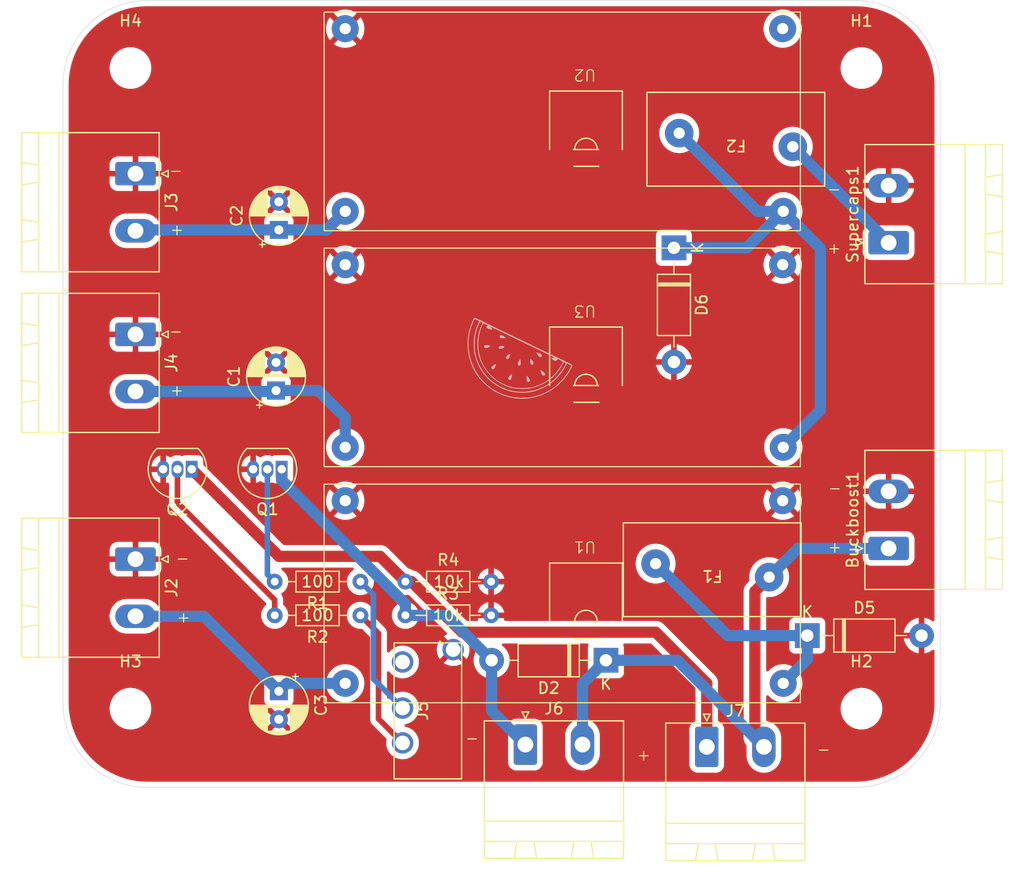
<source format=kicad_pcb>
(kicad_pcb (version 20241229) (generator "pcbnew") (generator_version "9.0")
  (layers (0 "F.Cu" signal) (2 "B.Cu" signal) (13 "F.Paste" user) (15 "B.Paste" user) (5 "F.SilkS" user "F.Silkscreen") (7 "B.SilkS" user "B.Silkscreen") (1 "F.Mask" user) (3 "B.Mask" user) (25 "Edge.Cuts" user))
  (net 0 "")
  (net 1 "24V")
  (net 2 "GND")
  (net 3 "Net-(J2-Pin_2)")
  (net 4 "Net-(J3-Pin_2)")
  (net 5 "Net-(J4-Pin_2)")
  (net 6 "Net-(D2-A)")
  (net 8 "Transistor magneet")
  (net 9 "Transistor metaal")
  (net 10 "Net-(J7-Pin_1)")
  (net 11 "Supercap+")
  (net 12 "Net-(D5-K)")
  (net 13 "Net-(Q1-G)")
  (net 14 "Net-(Q2-G)")
  (net 15 "Net-(Supercaps1-Pin_1)")
  (footprint "Capacitor_THT:CP_Radial_D5.0mm_P2.50mm" (layer "F.Cu") (at 72.5 63 90)
    (property "Reference" "C1" (at 1.25 -3.75 90) (layer "F.SilkS"))
    (property "Value" "C")
    (pad "1" thru_hole rect (at 0 0 90) (size 1.6 1.6) (drill 0.8) (layers "*.Cu" "*.Mask") (net 5 "Net-(J4-Pin_2)"))
    (pad "2" thru_hole circle (at 2.5 0 90) (size 1.6 1.6) (drill 0.8) (layers "*.Cu" "*.Mask") (net 2 "GND"))
  )
  (footprint "Resistor_THT:R_Axial_DIN0204_L3.6mm_D1.6mm_P7.62mm_Horizontal" (layer "F.Cu") (at 84 80)
    (property "Reference" "R4" (at 3.81 -1.92 0) (layer "F.SilkS"))
    (property "Value" "10k" (at 3.87 0 0) (layer "F.SilkS"))
    (pad "1" thru_hole circle (at 0 0) (size 1.4 1.4) (drill 0.7) (layers "*.Cu" "*.Mask") (net 10 "Net-(J7-Pin_1)"))
    (pad "2" thru_hole oval (at 7.62 0) (size 1.4 1.4) (drill 0.7) (layers "*.Cu" "*.Mask") (net 2 "GND"))
  )
  (footprint "MountingHole:MountingHole_3.2mm_M3" (layer "F.Cu") (at 124.553301 34.303301)
    (property "Reference" "H1" (at 0 -4.2 0) (layer "F.SilkS"))
    (property "Value" "MountingHole")
    (pad "" np_thru_hole circle (at 0 0) (size 3.2 3.2) (drill 3.2) (layers "*.Cu" "*.Mask"))
  )
  (footprint "Meloen:LM2596_module_opvoetjes" (layer "F.Cu") (at 100 59 180)
    (property "Reference" "U3" (at 0.035 3.08 180) (layer "F.SilkS") (effects (font (thickness 0.1))))
    (property "Value" "~")
    (pad "1" thru_hole circle (at -17.6 -9.05 180) (size 2.4 2.4) (drill 1) (layers "*.Cu" "*.Mask") (net 11 "Supercap+"))
    (pad "2" thru_hole circle (at -17.55 7.2 180) (size 2.4 2.4) (drill 1) (layers "*.Cu" "*.Mask") (net 2 "GND"))
    (pad "3" thru_hole circle (at 21.35 7.2 180) (size 2.4 2.4) (drill 1) (layers "*.Cu" "*.Mask") (net 2 "GND"))
    (pad "4" thru_hole circle (at 21.35 -9.05 180) (size 2.4 2.4) (drill 1) (layers "*.Cu" "*.Mask") (net 5 "Net-(J4-Pin_2)"))
  )
  (footprint "Meloen:Audio jack" (layer "F.Cu") (at 86 91.5 90)
    (property "Reference" "J5" (at 0 -0.5 90) (layer "F.SilkS"))
    (property "Value" "Conn_01x04_Pin")
    (pad "1" thru_hole circle (at -2.85 -2.25 90) (size 1.905 1.905) (drill 1.3) (layers "*.Cu" "*.Mask") (net 9 "Transistor metaal"))
    (pad "2" thru_hole circle (at 0.25 -2.25 90) (size 1.905 1.905) (drill 1.3) (layers "*.Cu" "*.Mask") (net 8 "Transistor magneet"))
    (pad "3" thru_hole circle (at 4.35 -2.25 90) (size 1.905 1.905) (drill 1.3) (layers "*.Cu" "*.Mask"))
    (pad "4" thru_hole circle (at 5.45 2.25 90) (size 1.905 1.905) (drill 1.3) (layers "*.Cu" "*.Mask") (net 2 "GND"))
  )
  (footprint "Resistor_THT:R_Axial_DIN0204_L3.6mm_D1.6mm_P7.62mm_Horizontal" (layer "F.Cu") (at 80 83 180)
    (property "Reference" "R2" (at 3.81 -1.92 0) (layer "F.SilkS"))
    (property "Value" "100" (at 3.81 0 0) (layer "F.SilkS"))
    (pad "1" thru_hole circle (at 0 0 180) (size 1.4 1.4) (drill 0.7) (layers "*.Cu" "*.Mask") (net 9 "Transistor metaal"))
    (pad "2" thru_hole oval (at 7.62 0 180) (size 1.4 1.4) (drill 0.7) (layers "*.Cu" "*.Mask") (net 14 "Net-(Q2-G)"))
  )
  (footprint "Meloen:LM2596_module_opvoetjes" (layer "F.Cu") (at 100 38 180)
    (property "Reference" "U2" (at 0.035 3.08 180) (layer "F.SilkS") (effects (font (thickness 0.1))))
    (property "Value" "~")
    (pad "1" thru_hole circle (at -17.6 -9.05 180) (size 2.4 2.4) (drill 1) (layers "*.Cu" "*.Mask") (net 11 "Supercap+"))
    (pad "2" thru_hole circle (at -17.55 7.2 180) (size 2.4 2.4) (drill 1) (layers "*.Cu" "*.Mask"))
    (pad "3" thru_hole circle (at 21.35 7.2 180) (size 2.4 2.4) (drill 1) (layers "*.Cu" "*.Mask") (net 2 "GND"))
    (pad "4" thru_hole circle (at 21.35 -9.05 180) (size 2.4 2.4) (drill 1) (layers "*.Cu" "*.Mask") (net 4 "Net-(J3-Pin_2)"))
  )
  (footprint "Package_TO_SOT_THT:TO-92_Inline" (layer "F.Cu") (at 73 70 180)
    (property "Reference" "Q1" (at 1.27 -3.56 0) (layer "F.SilkS"))
    (property "Value" "BS170")
    (pad "1" thru_hole rect (at 0 0 180) (size 1.05 1.5) (drill 0.75) (layers "*.Cu" "*.Mask") (net 6 "Net-(D2-A)"))
    (pad "2" thru_hole oval (at 1.27 0 180) (size 1.05 1.5) (drill 0.75) (layers "*.Cu" "*.Mask") (net 13 "Net-(Q1-G)"))
    (pad "3" thru_hole oval (at 2.54 0 180) (size 1.05 1.5) (drill 0.75) (layers "*.Cu" "*.Mask") (net 2 "GND"))
  )
  (footprint "Diode_THT:D_DO-41_SOD81_P10.16mm_Horizontal" (layer "F.Cu") (at 107.88 50.3 -90)
    (property "Reference" "D6" (at 5.08 -2.47 90) (layer "F.SilkS"))
    (property "Value" "1N4007")
    (fp_text user "K" (at 0 -2.1 90) (layer "F.SilkS"))
    (pad "1" thru_hole rect (at 0 0 270) (size 2.2 2.2) (drill 1.1) (layers "*.Cu" "*.Mask") (net 11 "Supercap+"))
    (pad "2" thru_hole oval (at 10.16 0 270) (size 2.2 2.2) (drill 1.1) (layers "*.Cu" "*.Mask") (net 2 "GND"))
  )
  (footprint "Resistor_THT:R_Axial_DIN0204_L3.6mm_D1.6mm_P7.62mm_Horizontal" (layer "F.Cu") (at 84 83)
    (property "Reference" "R3" (at 3.81 -1.92 0) (layer "F.SilkS"))
    (property "Value" "10k" (at 3.81 0 0) (layer "F.SilkS"))
    (pad "1" thru_hole circle (at 0 0) (size 1.4 1.4) (drill 0.7) (layers "*.Cu" "*.Mask") (net 6 "Net-(D2-A)"))
    (pad "2" thru_hole oval (at 7.62 0) (size 1.4 1.4) (drill 0.7) (layers "*.Cu" "*.Mask") (net 2 "GND"))
  )
  (footprint "Meloen:RB500-50" (layer "F.Cu") (at 111.3 79 180)
    (property "Reference" "F1" (at 0 -0.5 180) (layer "F.SilkS"))
    (property "Value" "Fuse")
    (pad "1" thru_hole circle (at -5.05 -0.6 180) (size 2.54 2.54) (drill 1) (layers "*.Cu" "*.Mask") (net 1 "24V"))
    (pad "2" thru_hole circle (at 5.05 0.6 180) (size 2.54 2.54) (drill 1) (layers "*.Cu" "*.Mask") (net 12 "Net-(D5-K)"))
  )
  (footprint "Connector_Phoenix_MSTB:PhoenixContact_MSTBA_2,5_2-G-5,08_1x02_P5.08mm_Horizontal" (layer "F.Cu") (at 110.8 94.7)
    (property "Reference" "J7" (at 2.54 -3.2 0) (layer "F.SilkS"))
    (property "Value" "Conn_01x02_Pin")
    (pad "1" thru_hole roundrect (at 0 0) (size 2.08 3.6) (drill 1.4) (layers "*.Cu" "*.Mask") (roundrect_rratio 0.120192) (net 10 "Net-(J7-Pin_1)"))
    (pad "2" thru_hole oval (at 5.08 0) (size 2.08 3.6) (drill 1.4) (layers "*.Cu" "*.Mask") (net 1 "24V"))
  )
  (footprint "Meloen:RB500-50" (layer "F.Cu") (at 113.4 40.7 180)
    (property "Reference" "F2" (at 0 -0.5 180) (layer "F.SilkS"))
    (property "Value" "Fuse")
    (pad "1" thru_hole circle (at -5.05 -0.6 180) (size 2.54 2.54) (drill 1) (layers "*.Cu" "*.Mask") (net 15 "Net-(Supercaps1-Pin_1)"))
    (pad "2" thru_hole circle (at 5.05 0.6 180) (size 2.54 2.54) (drill 1) (layers "*.Cu" "*.Mask") (net 11 "Supercap+"))
  )
  (footprint "Capacitor_THT:CP_Radial_D5.0mm_P2.50mm" (layer "F.Cu") (at 72.75 89.75 -90)
    (property "Reference" "C3" (at 1.25 -3.75 90) (layer "F.SilkS"))
    (property "Value" "C")
    (pad "1" thru_hole rect (at 0 0 270) (size 1.6 1.6) (drill 0.8) (layers "*.Cu" "*.Mask") (net 3 "Net-(J2-Pin_2)"))
    (pad "2" thru_hole circle (at 2.5 0 270) (size 1.6 1.6) (drill 0.8) (layers "*.Cu" "*.Mask") (net 2 "GND"))
  )
  (footprint "Resistor_THT:R_Axial_DIN0204_L3.6mm_D1.6mm_P7.62mm_Horizontal" (layer "F.Cu") (at 80 80 180)
    (property "Reference" "R1" (at 3.81 -1.92 0) (layer "F.SilkS"))
    (property "Value" "100" (at 3.81 0 0) (layer "F.SilkS"))
    (pad "1" thru_hole circle (at 0 0 180) (size 1.4 1.4) (drill 0.7) (layers "*.Cu" "*.Mask") (net 8 "Transistor magneet"))
    (pad "2" thru_hole oval (at 7.62 0 180) (size 1.4 1.4) (drill 0.7) (layers "*.Cu" "*.Mask") (net 13 "Net-(Q1-G)"))
  )
  (footprint "Capacitor_THT:CP_Radial_D5.0mm_P2.50mm" (layer "F.Cu") (at 72.75 48.705113 90)
    (property "Reference" "C2" (at 1.25 -3.75 90) (layer "F.SilkS"))
    (property "Value" "C")
    (pad "1" thru_hole rect (at 0 0 90) (size 1.6 1.6) (drill 0.8) (layers "*.Cu" "*.Mask") (net 4 "Net-(J3-Pin_2)"))
    (pad "2" thru_hole circle (at 2.5 0 90) (size 1.6 1.6) (drill 0.8) (layers "*.Cu" "*.Mask") (net 2 "GND"))
  )
  (footprint "Connector_Phoenix_MSTB:PhoenixContact_MSTBA_2,5_2-G-5,08_1x02_P5.08mm_Horizontal" (layer "F.Cu") (at 60 58 -90)
    (property "Reference" "J4" (at 2.54 -3.2 90) (layer "F.SilkS"))
    (property "Value" "Conn_01x02_Pin")
    (pad "1" thru_hole roundrect (at 0 0 270) (size 2.08 3.6) (drill 1.4) (layers "*.Cu" "*.Mask") (roundrect_rratio 0.120192) (net 2 "GND"))
    (pad "2" thru_hole oval (at 5.08 0 270) (size 2.08 3.6) (drill 1.4) (layers "*.Cu" "*.Mask") (net 5 "Net-(J4-Pin_2)"))
  )
  (footprint "Package_TO_SOT_THT:TO-92_Inline" (layer "F.Cu") (at 65 70 180)
    (property "Reference" "Q2" (at 1.27 -3.56 0) (layer "F.SilkS"))
    (property "Value" "BS170")
    (pad "1" thru_hole rect (at 0 0 180) (size 1.05 1.5) (drill 0.75) (layers "*.Cu" "*.Mask") (net 10 "Net-(J7-Pin_1)"))
    (pad "2" thru_hole oval (at 1.27 0 180) (size 1.05 1.5) (drill 0.75) (layers "*.Cu" "*.Mask") (net 14 "Net-(Q2-G)"))
    (pad "3" thru_hole oval (at 2.54 0 180) (size 1.05 1.5) (drill 0.75) (layers "*.Cu" "*.Mask") (net 2 "GND"))
  )
  (footprint "Connector_Phoenix_MSTB:PhoenixContact_MSTBA_2,5_2-G-5,08_1x02_P5.08mm_Horizontal" (layer "F.Cu") (at 126.9725 49.845 90)
    (property "Reference" "Supercaps1" (at 2.54 -3.2 90) (layer "F.SilkS"))
    (property "Value" "Supercaps")
    (pad "1" thru_hole roundrect (at 0 0 90) (size 2.08 3.6) (drill 1.4) (layers "*.Cu" "*.Mask") (roundrect_rratio 0.120192) (net 15 "Net-(Supercaps1-Pin_1)"))
    (pad "2" thru_hole oval (at 5.08 0 90) (size 2.08 3.6) (drill 1.4) (layers "*.Cu" "*.Mask") (net 2 "GND"))
  )
  (footprint "MountingHole:MountingHole_3.2mm_M3" (layer "F.Cu") (at 59.553301 34.303301)
    (property "Reference" "H4" (at 0 -4.2 0) (layer "F.SilkS"))
    (property "Value" "MountingHole")
    (pad "" np_thru_hole circle (at 0 0) (size 3.2 3.2) (drill 3.2) (layers "*.Cu" "*.Mask"))
  )
  (footprint "Connector_Phoenix_MSTB:PhoenixContact_MSTBA_2,5_2-G-5,08_1x02_P5.08mm_Horizontal" (layer "F.Cu") (at 126.9725 77.045 90)
    (property "Reference" "Buckboost1" (at 2.54 -3.2 90) (layer "F.SilkS"))
    (property "Value" "Buckboost")
    (pad "1" thru_hole roundrect (at 0 0 90) (size 2.08 3.6) (drill 1.4) (layers "*.Cu" "*.Mask") (roundrect_rratio 0.120192) (net 1 "24V"))
    (pad "2" thru_hole oval (at 5.08 0 90) (size 2.08 3.6) (drill 1.4) (layers "*.Cu" "*.Mask") (net 2 "GND"))
  )
  (footprint "MountingHole:MountingHole_3.2mm_M3" (layer "F.Cu") (at 59.553301 91.303301)
    (property "Reference" "H3" (at 0 -4.2 0) (layer "F.SilkS"))
    (property "Value" "MountingHole")
    (pad "" np_thru_hole circle (at 0 0) (size 3.2 3.2) (drill 3.2) (layers "*.Cu" "*.Mask"))
  )
  (footprint "Connector_Phoenix_MSTB:PhoenixContact_MSTBA_2,5_2-G-5,08_1x02_P5.08mm_Horizontal" (layer "F.Cu") (at 94.67 94.5)
    (property "Reference" "J6" (at 2.54 -3.2 0) (layer "F.SilkS"))
    (property "Value" "Conn_01x02_Pin")
    (pad "1" thru_hole roundrect (at 0 0) (size 2.08 3.6) (drill 1.4) (layers "*.Cu" "*.Mask") (roundrect_rratio 0.120192) (net 6 "Net-(D2-A)"))
    (pad "2" thru_hole oval (at 5.08 0) (size 2.08 3.6) (drill 1.4) (layers "*.Cu" "*.Mask") (net 1 "24V"))
  )
  (footprint "Connector_Phoenix_MSTB:PhoenixContact_MSTBA_2,5_2-G-5,08_1x02_P5.08mm_Horizontal" (layer "F.Cu") (at 60 43.705 -90)
    (property "Reference" "J3" (at 2.54 -3.2 90) (layer "F.SilkS"))
    (property "Value" "Conn_01x02_Pin")
    (pad "1" thru_hole roundrect (at 0 0 270) (size 2.08 3.6) (drill 1.4) (layers "*.Cu" "*.Mask") (roundrect_rratio 0.120192) (net 2 "GND"))
    (pad "2" thru_hole oval (at 5.08 0 270) (size 2.08 3.6) (drill 1.4) (layers "*.Cu" "*.Mask") (net 4 "Net-(J3-Pin_2)"))
  )
  (footprint "Diode_THT:D_DO-41_SOD81_P10.16mm_Horizontal" (layer "F.Cu") (at 119.74 84.8)
    (property "Reference" "D5" (at 5.08 -2.47 0) (layer "F.SilkS"))
    (property "Value" "1N4007")
    (fp_text user "K" (at 0 -2.1 0) (layer "F.SilkS"))
    (pad "1" thru_hole rect (at 0 0) (size 2.2 2.2) (drill 1.1) (layers "*.Cu" "*.Mask") (net 12 "Net-(D5-K)"))
    (pad "2" thru_hole oval (at 10.16 0) (size 2.2 2.2) (drill 1.1) (layers "*.Cu" "*.Mask") (net 2 "GND"))
  )
  (footprint "MountingHole:MountingHole_3.2mm_M3" (layer "F.Cu") (at 124.553301 91.303301)
    (property "Reference" "H2" (at 0 -4.2 0) (layer "F.SilkS"))
    (property "Value" "MountingHole")
    (pad "" np_thru_hole circle (at 0 0) (size 3.2 3.2) (drill 3.2) (layers "*.Cu" "*.Mask"))
  )
  (footprint "Meloen:LM2596_module_opvoetjes" (layer "F.Cu") (at 100 80 180)
    (property "Reference" "U1" (at 0.035 3.08 180) (layer "F.SilkS") (effects (font (thickness 0.1))))
    (property "Value" "~")
    (pad "1" thru_hole circle (at -17.6 -9.05 180) (size 2.4 2.4) (drill 1) (layers "*.Cu" "*.Mask") (net 12 "Net-(D5-K)"))
    (pad "2" thru_hole circle (at -17.55 7.2 180) (size 2.4 2.4) (drill 1) (layers "*.Cu" "*.Mask") (net 2 "GND"))
    (pad "3" thru_hole circle (at 21.35 7.2 180) (size 2.4 2.4) (drill 1) (layers "*.Cu" "*.Mask") (net 2 "GND"))
    (pad "4" thru_hole circle (at 21.35 -9.05 180) (size 2.4 2.4) (drill 1) (layers "*.Cu" "*.Mask") (net 3 "Net-(J2-Pin_2)"))
  )
  (footprint "Diode_THT:D_DO-41_SOD81_P10.16mm_Horizontal" (layer "F.Cu") (at 101.83 87 180)
    (property "Reference" "D2" (at 5.08 -2.47 0) (layer "F.SilkS"))
    (property "Value" "1N4007")
    (fp_text user "K" (at 0 -2.1 0) (layer "F.SilkS"))
    (pad "1" thru_hole rect (at 0 0 180) (size 2.2 2.2) (drill 1.1) (layers "*.Cu" "*.Mask") (net 1 "24V"))
    (pad "2" thru_hole oval (at 10.16 0 180) (size 2.2 2.2) (drill 1.1) (layers "*.Cu" "*.Mask") (net 6 "Net-(D2-A)"))
  )
  (footprint "Connector_Phoenix_MSTB:PhoenixContact_MSTBA_2,5_2-G-5,08_1x02_P5.08mm_Horizontal" (layer "F.Cu") (at 60 78 -90)
    (property "Reference" "J2" (at 2.54 -3.2 90) (layer "F.SilkS"))
    (property "Value" "Conn_01x02_Pin")
    (pad "1" thru_hole roundrect (at 0 0 270) (size 2.08 3.6) (drill 1.4) (layers "*.Cu" "*.Mask") (roundrect_rratio 0.120192) (net 2 "GND"))
    (pad "2" thru_hole oval (at 5.08 0 270) (size 2.08 3.6) (drill 1.4) (layers "*.Cu" "*.Mask") (net 3 "Net-(J2-Pin_2)"))
  )
  (footprint "Logo:Logo_100x78" (layer "B.Cu") (at 94.3 60.1 180)
    (property "Reference" "G***" (hide yes))
    (property "Value" "LOGO" (hide yes))
  )
  (gr_arc (start 124.053301 28.303301) (mid 129.356602 30.5) (end 131.553301 35.803301) (stroke (width 0.05)) (layer "Edge.Cuts"))
  (gr_line (start 131.553301 90.803301) (end 131.553301 35.803301) (stroke (width 0.05)) (layer "Edge.Cuts"))
  (gr_arc (start 131.553301 90.803301) (mid 129.356602 96.106602) (end 124.053301 98.303301) (stroke (width 0.05)) (layer "Edge.Cuts"))
  (gr_arc (start 53.553301 35.803301) (mid 55.75 30.5) (end 61.053301 28.303301) (stroke (width 0.05)) (layer "Edge.Cuts"))
  (gr_arc (start 61.053301 98.303301) (mid 55.75 96.106602) (end 53.553301 90.803301) (stroke (width 0.05)) (layer "Edge.Cuts"))
  (gr_line (start 61.053301 98.303301) (end 124.053301 98.303301) (stroke (width 0.05)) (layer "Edge.Cuts"))
  (gr_line (start 53.553301 35.803301) (end 53.553301 90.803301) (stroke (width 0.05)) (layer "Edge.Cuts"))
  (gr_line (start 124.053301 28.303301) (end 61.053301 28.303301) (stroke (width 0.05)) (layer "Edge.Cuts"))
  (gr_text "-" (at 89.25 94.5 0) (layer "F.SilkS") (effects (font (size 1 1) (thickness 0.1)) (justify left bottom)))
  (gr_text "+" (at 63.59 83.745 0) (layer "F.SilkS") (effects (font (size 1 1) (thickness 0.1)) (justify left bottom)))
  (gr_text "+" (at 63 49.25 0) (layer "F.SilkS") (effects (font (size 1 1) (thickness 0.1)) (justify left bottom)))
  (gr_text "+" (at 121.45 50.9 0) (layer "F.SilkS") (effects (font (size 1 1) (thickness 0.1)) (justify left bottom)))
  (gr_text "-" (at 63.5 78.5 0) (layer "F.SilkS") (effects (font (size 1 1) (thickness 0.1)) (justify left bottom)))
  (gr_text "+" (at 104.5 96 0) (layer "F.SilkS") (effects (font (size 1 1) (thickness 0.1)) (justify left bottom)))
  (gr_text "-" (at 120.5 95.5 0) (layer "F.SilkS") (effects (font (size 1 1) (thickness 0.1)) (justify left bottom)))
  (gr_text "+" (at 63 63.545 0) (layer "F.SilkS") (effects (font (size 1 1) (thickness 0.1)) (justify left bottom)))
  (gr_text "+" (at 121.5 77.5 0) (layer "F.SilkS") (effects (font (size 1 1) (thickness 0.1)) (justify left bottom)))
  (gr_text "-" (at 62.91 58.3 0) (layer "F.SilkS") (effects (font (size 1 1) (thickness 0.1)) (justify left bottom)))
  (gr_text "-" (at 121.5 72.25 0) (layer "F.SilkS") (effects (font (size 1 1) (thickness 0.1)) (justify left bottom)))
  (gr_text "-" (at 62.91 44.005 0) (layer "F.SilkS") (effects (font (size 1 1) (thickness 0.1)) (justify left bottom)))
  (gr_text "-" (at 121.45 45.65 0) (layer "F.SilkS") (effects (font (size 1 1) (thickness 0.1)) (justify left bottom)))
  (segment (start 115.08 80.87) (end 115.08 93.9) (width 1) (layer "F.Cu") (net 1))
  (segment (start 116.35 79.6) (end 115.08 80.87) (width 1) (layer "F.Cu") (net 1))
  (segment (start 115.08 93.9) (end 115.88 94.7) (width 1) (layer "F.Cu") (net 1))
  (segment (start 126.9725 77.045) (end 118.905 77.045) (width 1) (layer "B.Cu") (net 1))
  (segment (start 115.88 94.7) (end 108.18 87) (width 1) (layer "B.Cu") (net 1))
  (segment (start 99.75 94.5) (end 99.75 89.08) (width 1) (layer "B.Cu") (net 1))
  (segment (start 99.75 89.08) (end 101.83 87) (width 1) (layer "B.Cu") (net 1))
  (segment (start 108.18 87) (end 101.83 87) (width 1) (layer "B.Cu") (net 1))
  (segment (start 118.905 77.045) (end 116.35 79.6) (width 1) (layer "B.Cu") (net 1))
  (segment (start 66.08 83.08) (end 72.75 89.75) (width 1) (layer "B.Cu") (net 3))
  (segment (start 60 83.08) (end 66.08 83.08) (width 1) (layer "B.Cu") (net 3))
  (segment (start 78.65 89.05) (end 73.45 89.05) (width 1) (layer "B.Cu") (net 3))
  (segment (start 73.45 89.05) (end 72.75 89.75) (width 1) (layer "B.Cu") (net 3))
  (segment (start 76.994887 48.705113) (end 72.75 48.705113) (width 1) (layer "B.Cu") (net 4))
  (segment (start 72.75 48.705113) (end 60.079887 48.705113) (width 1) (layer "B.Cu") (net 4))
  (segment (start 78.65 47.05) (end 76.994887 48.705113) (width 1) (layer "B.Cu") (net 4))
  (segment (start 60.079887 48.705113) (end 60 48.785) (width 1) (layer "B.Cu") (net 4))
  (segment (start 60 63.08) (end 72.42 63.08) (width 1) (layer "B.Cu") (net 5))
  (segment (start 78.65 65.4) (end 78.65 68.05) (width 1) (layer "B.Cu") (net 5))
  (segment (start 72.42 63.08) (end 72.5 63) (width 1) (layer "B.Cu") (net 5))
  (segment (start 72.5 63) (end 76.25 63) (width 1) (layer "B.Cu") (net 5))
  (segment (start 76.25 63) (end 78.65 65.4) (width 1) (layer "B.Cu") (net 5))
  (segment (start 84 81.981314) (end 84 83) (width 1) (layer "B.Cu") (net 6))
  (segment (start 73 70) (end 73 70.981314) (width 1) (layer "B.Cu") (net 6))
  (segment (start 84 83) (end 87.67 83) (width 1) (layer "B.Cu") (net 6))
  (segment (start 91.67 87) (end 91.67 91.5) (width 1) (layer "B.Cu") (net 6))
  (segment (start 73 70.981314) (end 84 81.981314) (width 1) (layer "B.Cu") (net 6))
  (segment (start 87.67 83) (end 91.67 87) (width 1) (layer "B.Cu") (net 6))
  (segment (start 91.67 91.5) (end 94.67 94.5) (width 1) (layer "B.Cu") (net 6))
  (segment (start 80 80) (end 81.151 81.151) (width 0.5) (layer "B.Cu") (net 8))
  (segment (start 81.151 88.651) (end 83.75 91.25) (width 0.5) (layer "B.Cu") (net 8))
  (segment (start 81.151 81.151) (end 81.151 88.651) (width 0.5) (layer "B.Cu") (net 8))
  (segment (start 83.75 94.35) (end 81.615133 92.215133) (width 0.5) (layer "F.Cu") (net 9))
  (segment (start 81.615133 84.615133) (end 80 83) (width 0.5) (layer "F.Cu") (net 9))
  (segment (start 81.615133 92.215133) (end 81.615133 84.615133) (width 0.5) (layer "F.Cu") (net 9))
  (segment (start 81.75 77.75) (end 84 80) (width 1) (layer "F.Cu") (net 10))
  (segment (start 72.75 77.75) (end 81.75 77.75) (width 1) (layer "F.Cu") (net 10))
  (segment (start 84 80) (end 84.538403 80) (width 1) (layer "F.Cu") (net 10))
  (segment (start 65 70) (end 72.75 77.75) (width 1) (layer "F.Cu") (net 10))
  (segment (start 110.8 89.04) (end 110.8 94.7) (width 1) (layer "F.Cu") (net 10))
  (segment (start 89.038403 84.5) (end 106.26 84.5) (width 1) (layer "F.Cu") (net 10))
  (segment (start 84.538403 80) (end 89.038403 84.5) (width 1) (layer "F.Cu") (net 10))
  (segment (start 106.26 84.5) (end 110.8 89.04) (width 1) (layer "F.Cu") (net 10))
  (segment (start 115.3 47.05) (end 108.35 40.1) (width 1) (layer "B.Cu") (net 11))
  (segment (start 114.35 50.3) (end 117.6 47.05) (width 1) (layer "B.Cu") (net 11))
  (segment (start 107.88 50.3) (end 114.35 50.3) (width 1) (layer "B.Cu") (net 11))
  (segment (start 117.6 47.05) (end 115.3 47.05) (width 1) (layer "B.Cu") (net 11))
  (segment (start 120.9 50.35) (end 120.9 64.75) (width 1) (layer "B.Cu") (net 11))
  (segment (start 120.9 64.75) (end 117.6 68.05) (width 1) (layer "B.Cu") (net 11))
  (segment (start 117.6 47.05) (end 120.9 50.35) (width 1) (layer "B.Cu") (net 11))
  (segment (start 119.74 86.91) (end 117.6 89.05) (width 1) (layer "B.Cu") (net 12))
  (segment (start 119.74 84.8) (end 119.74 86.91) (width 1) (layer "B.Cu") (net 12))
  (segment (start 112.65 84.8) (end 119.74 84.8) (width 1) (layer "B.Cu") (net 12))
  (segment (start 106.25 78.4) (end 112.65 84.8) (width 1) (layer "B.Cu") (net 12))
  (segment (start 71.73 79.35) (end 72.38 80) (width 0.5) (layer "B.Cu") (net 13))
  (segment (start 71.73 70) (end 71.73 79.35) (width 0.5) (layer "B.Cu") (net 13))
  (segment (start 63.73 72.97776) (end 63.73 70) (width 0.5) (layer "F.Cu") (net 14))
  (segment (start 72.38 83) (end 72.38 81.62776) (width 0.5) (layer "F.Cu") (net 14))
  (segment (start 72.38 81.62776) (end 63.73 72.97776) (width 0.5) (layer "F.Cu") (net 14))
  (segment (start 126.9725 49.8225) (end 126.9725 49.845) (width 1) (layer "B.Cu") (net 15))
  (segment (start 118.45 41.3) (end 126.9725 49.8225) (width 1) (layer "B.Cu") (net 15))
  (zone (net 2) (net_name "GND") (layer "F.Cu") (connect_pads (clearance 0.5)) (min_thickness 0.25) (fill yes (thermal_gap 0.5) (thermal_bridge_width 0.5))
    (polygon (pts (xy 53.75 28.25) (xy 131.5 28.25) (xy 132 98.5) (xy 53.75 98.5)))
  )
)
</source>
